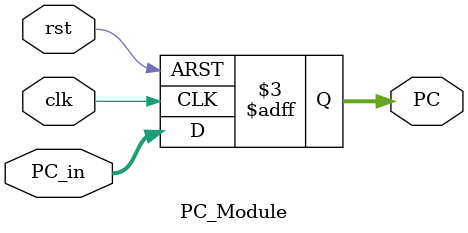
<source format=v>
module PC_Module (

input    wire   [31:0]   PC_in,
input    wire            clk,rst,
output   reg    [31:0]   PC

);

always @(posedge clk or negedge rst)

begin

if(!rst)

begin

PC<=32'b0;

end

else

begin

PC<=PC_in;

end

end

endmodule

</source>
